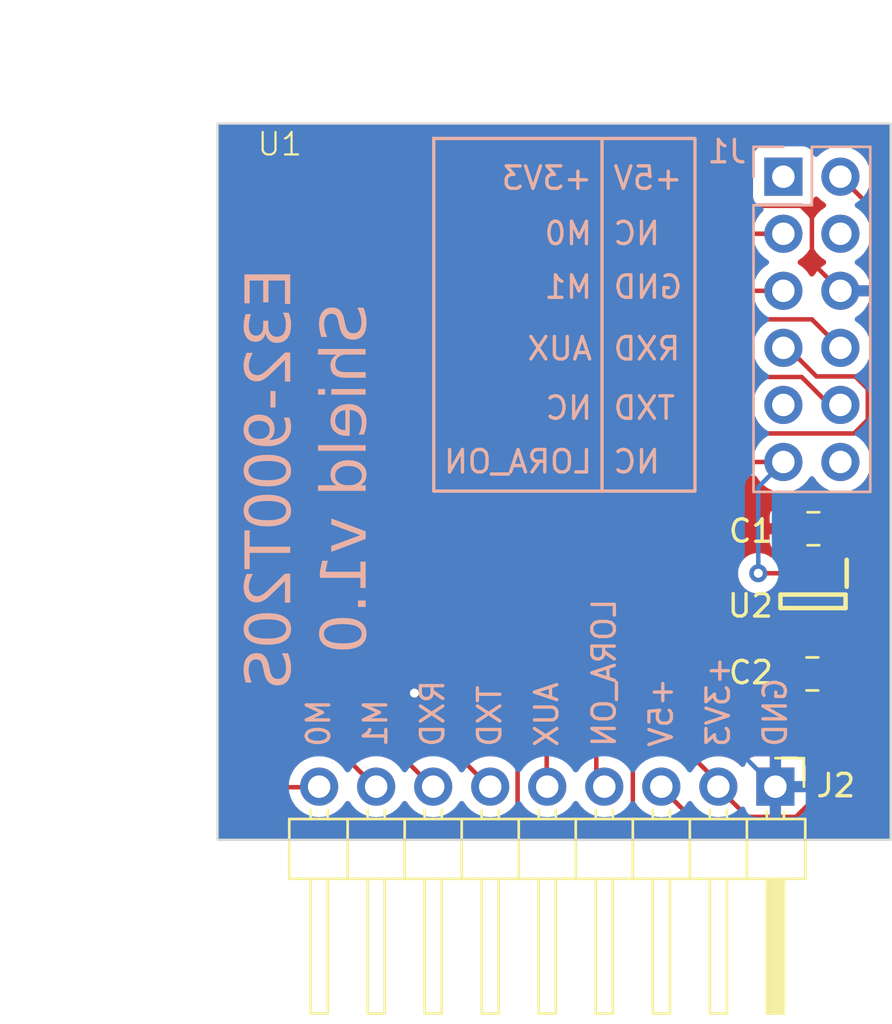
<source format=kicad_pcb>
(kicad_pcb (version 20221018) (generator pcbnew)
  (layers (0 "F.Cu" signal) (31 "B.Cu" signal) (34 "B.Paste" user) (35 "F.Paste" user) (36 "B.SilkS" user "B.Silkscreen") (37 "F.SilkS" user "F.Silkscreen") (38 "B.Mask" user) (39 "F.Mask" user) (44 "Edge.Cuts" user))
  (net 0 "")
  (net 1 "+5V")
  (net 2 "GND")
  (net 3 "VCC")
  (net 4 "M0")
  (net 5 "M1")
  (net 6 "AUX")
  (net 7 "RXD")
  (net 8 "TXD")
  (net 9 "LORA_ON")
  (footprint "SamacSys:SOT95P280X145-5N" (layer "F.Cu") (at 153.3652 116.0834 -90)
    (fp_text reference "U2" (at 0.1978 2.792409) (layer "F.SilkS"))
    (fp_text value "TPS7A0233DBVR" hide)
    (fp_line (start -1.85 -1.5) (end -0.65 -1.5) (stroke (width 0.2)) (layer "F.SilkS"))
    (fp_line (start -0.3 -1.45) (end 0.3 -1.45) (stroke (width 0.2)) (layer "F.SilkS"))
    (fp_line (start -0.3 1.45) (end -0.3 -1.45) (stroke (width 0.2)) (layer "F.SilkS"))
    (fp_line (start 0.3 -1.45) (end 0.3 1.45) (stroke (width 0.2)) (layer "F.SilkS"))
    (fp_line (start 0.3 1.45) (end -0.3 1.45) (stroke (width 0.2)) (layer "F.SilkS"))
    (pad "1" smd rect (at -1.25 -0.95) (size 0.6 1.2) (layers "F.Cu" "F.Paste" "F.Mask") (net 1 "+5V"))
    (pad "2" smd rect (at -1.25 0) (size 0.6 1.2) (layers "F.Cu" "F.Paste" "F.Mask") (net 2 "GND"))
    (pad "3" smd rect (at -1.25 0.95) (size 0.6 1.2) (layers "F.Cu" "F.Paste" "F.Mask") (net 9 "LORA_ON"))
    (pad "4" smd rect (at 1.25 0.95) (size 0.6 1.2) (layers "F.Cu" "F.Paste" "F.Mask"))
    (pad "5" smd rect (at 1.25 -0.95) (size 0.6 1.2) (layers "F.Cu" "F.Paste" "F.Mask") (net 3 "VCC"))
  )
  (footprint "Capacitor_SMD:C_0805_2012Metric" (layer "F.Cu") (at 153.3804 112.8522 180)
    (fp_text reference "C1" (at 2.7838 -0.1016) (layer "F.SilkS"))
    (fp_text value "1u")
    (fp_line (start -0.261252 -0.735) (end 0.261252 -0.735) (stroke (width 0.12)) (layer "F.SilkS"))
    (fp_line (start -0.261252 0.735) (end 0.261252 0.735) (stroke (width 0.12)) (layer "F.SilkS"))
    (pad "1" smd roundrect (at -0.95 0 180) (size 1 1.45) (layers "F.Cu" "F.Paste" "F.Mask") (net 1 "+5V"))
    (pad "2" smd roundrect (at 0.95 0 180) (size 1 1.45) (layers "F.Cu" "F.Paste" "F.Mask") (net 2 "GND"))
  )
  (footprint "Connector_PinHeader_2.54mm:PinHeader_1x09_P2.54mm_Horizontal" (layer "F.Cu") (at 151.6888 124.333 -90)
    (fp_text reference "J2" (at -0.0508 -2.6924 -180) (layer "F.SilkS"))
    (fp_text value "Protoboard")
    (fp_line (start -1.27 -1.27) (end 0 -1.27) (stroke (width 0.12)) (layer "F.SilkS"))
    (fp_line (start -1.27 0) (end -1.27 -1.27) (stroke (width 0.12)) (layer "F.SilkS"))
    (fp_line (start 1.042929 2.16) (end 1.44 2.16) (stroke (width 0.12)) (layer "F.SilkS"))
    (fp_line (start 1.042929 2.92) (end 1.44 2.92) (stroke (width 0.12)) (layer "F.SilkS"))
    (fp_line (start 1.042929 4.7) (end 1.44 4.7) (stroke (width 0.12)) (layer "F.SilkS"))
    (fp_line (start 1.042929 5.46) (end 1.44 5.46) (stroke (width 0.12)) (layer "F.SilkS"))
    (fp_line (start 1.042929 7.24) (end 1.44 7.24) (stroke (width 0.12)) (layer "F.SilkS"))
    (fp_line (start 1.042929 8) (end 1.44 8) (stroke (width 0.12)) (layer "F.SilkS"))
    (fp_line (start 1.042929 9.78) (end 1.44 9.78) (stroke (width 0.12)) (layer "F.SilkS"))
    (fp_line (start 1.042929 10.54) (end 1.44 10.54) (stroke (width 0.12)) (layer "F.SilkS"))
    (fp_line (start 1.042929 12.32) (end 1.44 12.32) (stroke (width 0.12)) (layer "F.SilkS"))
    (fp_line (start 1.042929 13.08) (end 1.44 13.08) (stroke (width 0.12)) (layer "F.SilkS"))
    (fp_line (start 1.042929 14.86) (end 1.44 14.86) (stroke (width 0.12)) (layer "F.SilkS"))
    (fp_line (start 1.042929 15.62) (end 1.44 15.62) (stroke (width 0.12)) (layer "F.SilkS"))
    (fp_line (start 1.042929 17.4) (end 1.44 17.4) (stroke (width 0.12)) (layer "F.SilkS"))
    (fp_line (start 1.042929 18.16) (end 1.44 18.16) (stroke (width 0.12)) (layer "F.SilkS"))
    (fp_line (start 1.042929 19.94) (end 1.44 19.94) (stroke (width 0.12)) (layer "F.SilkS"))
    (fp_line (start 1.042929 20.7) (end 1.44 20.7) (stroke (width 0.12)) (layer "F.SilkS"))
    (fp_line (start 1.11 -0.38) (end 1.44 -0.38) (stroke (width 0.12)) (layer "F.SilkS"))
    (fp_line (start 1.11 0.38) (end 1.44 0.38) (stroke (width 0.12)) (layer "F.SilkS"))
    (fp_line (start 1.44 -1.33) (end 1.44 21.65) (stroke (width 0.12)) (layer "F.SilkS"))
    (fp_line (start 1.44 1.27) (end 4.1 1.27) (stroke (width 0.12)) (layer "F.SilkS"))
    (fp_line (start 1.44 3.81) (end 4.1 3.81) (stroke (width 0.12)) (layer "F.SilkS"))
    (fp_line (start 1.44 6.35) (end 4.1 6.35) (stroke (width 0.12)) (layer "F.SilkS"))
    (fp_line (start 1.44 8.89) (end 4.1 8.89) (stroke (width 0.12)) (layer "F.SilkS"))
    (fp_line (start 1.44 11.43) (end 4.1 11.43) (stroke (width 0.12)) (layer "F.SilkS"))
    (fp_line (start 1.44 13.97) (end 4.1 13.97) (stroke (width 0.12)) (layer "F.SilkS"))
    (fp_line (start 1.44 16.51) (end 4.1 16.51) (stroke (width 0.12)) (layer "F.SilkS"))
    (fp_line (start 1.44 19.05) (end 4.1 19.05) (stroke (width 0.12)) (layer "F.SilkS"))
    (fp_line (start 1.44 21.65) (end 4.1 21.65) (stroke (width 0.12)) (layer "F.SilkS"))
    (fp_line (start 4.1 -1.33) (end 1.44 -1.33) (stroke (width 0.12)) (layer "F.SilkS"))
    (fp_line (start 4.1 -0.38) (end 10.1 -0.38) (stroke (width 0.12)) (layer "F.SilkS"))
    (fp_line (start 4.1 -0.32) (end 10.1 -0.32) (stroke (width 0.12)) (layer "F.SilkS"))
    (fp_line (start 4.1 -0.2) (end 10.1 -0.2) (stroke (width 0.12)) (layer "F.SilkS"))
    (fp_line (start 4.1 -0.08) (end 10.1 -0.08) (stroke (width 0.12)) (layer "F.SilkS"))
    (fp_line (start 4.1 0.04) (end 10.1 0.04) (stroke (width 0.12)) (layer "F.SilkS"))
    (fp_line (start 4.1 0.16) (end 10.1 0.16) (stroke (width 0.12)) (layer "F.SilkS"))
    (fp_line (start 4.1 0.28) (end 10.1 0.28) (stroke (width 0.12)) (layer "F.SilkS"))
    (fp_line (start 4.1 2.16) (end 10.1 2.16) (stroke (width 0.12)) (layer "F.SilkS"))
    (fp_line (start 4.1 4.7) (end 10.1 4.7) (stroke (width 0.12)) (layer "F.SilkS"))
    (fp_line (start 4.1 7.24) (end 10.1 7.24) (stroke (width 0.12)) (layer "F.SilkS"))
    (fp_line (start 4.1 9.78) (end 10.1 9.78) (stroke (width 0.12)) (layer "F.SilkS"))
    (fp_line (start 4.1 12.32) (end 10.1 12.32) (stroke (width 0.12)) (layer "F.SilkS"))
    (fp_line (start 4.1 14.86) (end 10.1 14.86) (stroke (width 0.12)) (layer "F.SilkS"))
    (fp_line (start 4.1 17.4) (end 10.1 17.4) (stroke (width 0.12)) (layer "F.SilkS"))
    (fp_line (start 4.1 19.94) (end 10.1 19.94) (stroke (width 0.12)) (layer "F.SilkS"))
    (fp_line (start 4.1 21.65) (end 4.1 -1.33) (stroke (width 0.12)) (layer "F.SilkS"))
    (fp_line (start 10.1 -0.38) (end 10.1 0.38) (stroke (width 0.12)) (layer "F.SilkS"))
    (fp_line (start 10.1 0.38) (end 4.1 0.38) (stroke (width 0.12)) (layer "F.SilkS"))
    (fp_line (start 10.1 2.16) (end 10.1 2.92) (stroke (width 0.12)) (layer "F.SilkS"))
    (fp_line (start 10.1 2.92) (end 4.1 2.92) (stroke (width 0.12)) (layer "F.SilkS"))
    (fp_line (start 10.1 4.7) (end 10.1 5.46) (stroke (width 0.12)) (layer "F.SilkS"))
    (fp_line (start 10.1 5.46) (end 4.1 5.46) (stroke (width 0.12)) (layer "F.SilkS"))
    (fp_line (start 10.1 7.24) (end 10.1 8) (stroke (width 0.12)) (layer "F.SilkS"))
    (fp_line (start 10.1 8) (end 4.1 8) (stroke (width 0.12)) (layer "F.SilkS"))
    (fp_line (start 10.1 9.78) (end 10.1 10.54) (stroke (width 0.12)) (layer "F.SilkS"))
    (fp_line (start 10.1 10.54) (end 4.1 10.54) (stroke (width 0.12)) (layer "F.SilkS"))
    (fp_line (start 10.1 12.32) (end 10.1 13.08) (stroke (width 0.12)) (layer "F.SilkS"))
    (fp_line (start 10.1 13.08) (end 4.1 13.08) (stroke (width 0.12)) (layer "F.SilkS"))
    (fp_line (start 10.1 14.86) (end 10.1 15.62) (stroke (width 0.12)) (layer "F.SilkS"))
    (fp_line (start 10.1 15.62) (end 4.1 15.62) (stroke (width 0.12)) (layer "F.SilkS"))
    (fp_line (start 10.1 17.4) (end 10.1 18.16) (stroke (width 0.12)) (layer "F.SilkS"))
    (fp_line (start 10.1 18.16) (end 4.1 18.16) (stroke (width 0.12)) (layer "F.SilkS"))
    (fp_line (start 10.1 19.94) (end 10.1 20.7) (stroke (width 0.12)) (layer "F.SilkS"))
    (fp_line (start 10.1 20.7) (end 4.1 20.7) (stroke (width 0.12)) (layer "F.SilkS"))
    (pad "1" thru_hole rect (at 0 0 270) (size 1.7 1.7) (drill 1) (layers "*.Cu" "*.Mask") (net 2 "GND"))
    (pad "2" thru_hole oval (at 0 2.54 270) (size 1.7 1.7) (drill 1) (layers "*.Cu" "*.Mask") (net 3 "VCC"))
    (pad "3" thru_hole oval (at 0 5.08 270) (size 1.7 1.7) (drill 1) (layers "*.Cu" "*.Mask") (net 1 "+5V"))
    (pad "4" thru_hole oval (at 0 7.62 270) (size 1.7 1.7) (drill 1) (layers "*.Cu" "*.Mask") (net 9 "LORA_ON"))
    (pad "5" thru_hole oval (at 0 10.16 270) (size 1.7 1.7) (drill 1) (layers "*.Cu" "*.Mask") (net 6 "AUX"))
    (pad "6" thru_hole oval (at 0 12.7 270) (size 1.7 1.7) (drill 1) (layers "*.Cu" "*.Mask") (net 8 "TXD"))
    (pad "7" thru_hole oval (at 0 15.24 270) (size 1.7 1.7) (drill 1) (layers "*.Cu" "*.Mask") (net 7 "RXD"))
    (pad "8" thru_hole oval (at 0 17.78 270) (size 1.7 1.7) (drill 1) (layers "*.Cu" "*.Mask") (net 5 "M1"))
    (pad "9" thru_hole oval (at 0 20.32 270) (size 1.7 1.7) (drill 1) (layers "*.Cu" "*.Mask") (net 4 "M0"))
  )
  (footprint "Capacitor_SMD:C_0805_2012Metric" (layer "F.Cu") (at 153.3348 119.3146 180)
    (fp_text reference "C2" (at 2.7382 0.0616) (layer "F.SilkS"))
    (fp_text value "1u")
    (fp_line (start -0.261252 -0.735) (end 0.261252 -0.735) (stroke (width 0.12)) (layer "F.SilkS"))
    (fp_line (start -0.261252 0.735) (end 0.261252 0.735) (stroke (width 0.12)) (layer "F.SilkS"))
    (pad "1" smd roundrect (at -0.95 0 180) (size 1 1.45) (layers "F.Cu" "F.Paste" "F.Mask") (net 3 "VCC"))
    (pad "2" smd roundrect (at 0.95 0 180) (size 1 1.45) (layers "F.Cu" "F.Paste" "F.Mask") (net 2 "GND"))
  )
  (footprint "IoT_Modules:E32-900T20S" (layer "F.Cu") (at 146.7612 122.174 180)
    (fp_text reference "U1" (at 17.145 26.4414 unlocked) (layer "F.SilkS") (effects (font (thickness 0.1))))
    (fp_text value "~")
    (pad "1" smd roundrect (at 0 2 180) (size 4 1) (layers "F.Cu" "F.Paste" "F.Mask"))
    (pad "2" smd roundrect (at 0 3.27 180) (size 4 1) (layers "F.Cu" "F.Paste" "F.Mask") (net 2 "GND"))
    (pad "3" smd roundrect (at 0 4.54 180) (size 4 1) (layers "F.Cu" "F.Paste" "F.Mask"))
    (pad "4" smd roundrect (at 0 5.81 180) (size 4 1) (layers "F.Cu" "F.Paste" "F.Mask"))
    (pad "5" smd roundrect (at 0 7.08 180) (size 4 1) (layers "F.Cu" "F.Paste" "F.Mask"))
    (pad "6" smd roundrect (at 0 8.35 180) (size 4 1) (layers "F.Cu" "F.Paste" "F.Mask"))
    (pad "7" smd roundrect (at 0 9.62 180) (size 4 1) (layers "F.Cu" "F.Paste" "F.Mask"))
    (pad "8" smd roundrect (at 0 10.89 180) (size 4 1) (layers "F.Cu" "F.Paste" "F.Mask") (net 2 "GND"))
    (pad "11" smd roundrect (at 0 22.06 180) (size 4 1) (layers "F.Cu" "F.Paste" "F.Mask") (net 2 "GND"))
    (pad "12" smd roundrect (at 0 23.33 180) (size 4 1) (layers "F.Cu" "F.Paste" "F.Mask"))
    (pad "13" smd roundrect (at 0 24.6 180) (size 4 1) (layers "F.Cu" "F.Paste" "F.Mask") (net 2 "GND"))
    (pad "14" smd roundrect (at 15.96 24.6 180) (size 4 1) (layers "F.Cu" "F.Paste" "F.Mask") (net 2 "GND"))
    (pad "15" smd roundrect (at 15.96 23.33 180) (size 4 1) (layers "F.Cu" "F.Paste" "F.Mask") (net 2 "GND"))
    (pad "16" smd roundrect (at 15.96 22.06 180) (size 4 1) (layers "F.Cu" "F.Paste" "F.Mask") (net 2 "GND"))
    (pad "19" smd roundrect (at 15.96 10.89 180) (size 4 1) (layers "F.Cu" "F.Paste" "F.Mask") (net 2 "GND"))
    (pad "20" smd roundrect (at 15.96 9.62 180) (size 4 1) (layers "F.Cu" "F.Paste" "F.Mask") (net 4 "M0"))
    (pad "21" smd roundrect (at 15.96 8.35 180) (size 4 1) (layers "F.Cu" "F.Paste" "F.Mask") (net 5 "M1"))
    (pad "22" smd roundrect (at 15.96 7.08 180) (size 4 1) (layers "F.Cu" "F.Paste" "F.Mask") (net 7 "RXD"))
    (pad "23" smd roundrect (at 15.96 5.81 180) (size 4 1) (layers "F.Cu" "F.Paste" "F.Mask") (net 8 "TXD"))
    (pad "24" smd roundrect (at 15.96 4.54 180) (size 4 1) (layers "F.Cu" "F.Paste" "F.Mask") (net 6 "AUX"))
    (pad "25" smd roundrect (at 15.96 3.27 180) (size 4 1) (layers "F.Cu" "F.Paste" "F.Mask") (net 3 "VCC"))
    (pad "26" smd roundrect (at 15.96 2 180) (size 4 1) (layers "F.Cu" "F.Paste" "F.Mask") (net 2 "GND"))
  )
  (footprint "Connector_PinSocket_2.54mm:PinSocket_2x06_P2.54mm_Vertical" (layer "B.Cu") (at 152.0444 97.1804 180)
    (fp_text reference "J1" (at 2.5146 1.1176) (layer "B.SilkS") (effects (justify mirror)))
    (fp_text value "RPi")
    (fp_line (start -3.87 -14.03) (end 1.33 -14.03) (stroke (width 0.12)) (layer "B.SilkS"))
    (fp_line (start -3.87 1.33) (end -3.87 -14.03) (stroke (width 0.12)) (layer "B.SilkS"))
    (fp_line (start -3.87 1.33) (end -1.27 1.33) (stroke (width 0.12)) (layer "B.SilkS"))
    (fp_line (start -1.27 -1.27) (end 1.33 -1.27) (stroke (width 0.12)) (layer "B.SilkS"))
    (fp_line (start -1.27 1.33) (end -1.27 -1.27) (stroke (width 0.12)) (layer "B.SilkS"))
    (fp_line (start 0 1.33) (end 1.33 1.33) (stroke (width 0.12)) (layer "B.SilkS"))
    (fp_line (start 1.33 -1.27) (end 1.33 -14.03) (stroke (width 0.12)) (layer "B.SilkS"))
    (fp_line (start 1.33 1.33) (end 1.33 0) (stroke (width 0.12)) (layer "B.SilkS"))
    (pad "1" thru_hole rect (at 0 0 180) (size 1.7 1.7) (drill 1) (layers "*.Cu" "*.Mask"))
    (pad "2" thru_hole oval (at -2.54 0 180) (size 1.7 1.7) (drill 1) (layers "*.Cu" "*.Mask") (net 1 "+5V"))
    (pad "3" thru_hole oval (at 0 -2.54 180) (size 1.7 1.7) (drill 1) (layers "*.Cu" "*.Mask") (net 4 "M0"))
    (pad "4" thru_hole oval (at -2.54 -2.54 180) (size 1.7 1.7) (drill 1) (layers "*.Cu" "*.Mask"))
    (pad "5" thru_hole oval (at 0 -5.08 180) (size 1.7 1.7) (drill 1) (layers "*.Cu" "*.Mask") (net 5 "M1"))
    (pad "6" thru_hole oval (at -2.54 -5.08 180) (size 1.7 1.7) (drill 1) (layers "*.Cu" "*.Mask") (net 2 "GND"))
    (pad "7" thru_hole oval (at 0 -7.62 180) (size 1.7 1.7) (drill 1) (layers "*.Cu" "*.Mask") (net 6 "AUX"))
    (pad "8" thru_hole oval (at -2.54 -7.62 180) (size 1.7 1.7) (drill 1) (layers "*.Cu" "*.Mask") (net 7 "RXD"))
    (pad "9" thru_hole oval (at 0 -10.16 180) (size 1.7 1.7) (drill 1) (layers "*.Cu" "*.Mask"))
    (pad "10" thru_hole oval (at -2.54 -10.16 180) (size 1.7 1.7) (drill 1) (layers "*.Cu" "*.Mask") (net 8 "TXD"))
    (pad "11" thru_hole oval (at 0 -12.7 180) (size 1.7 1.7) (drill 1) (layers "*.Cu" "*.Mask") (net 9 "LORA_ON"))
    (pad "12" thru_hole oval (at -2.54 -12.7 180) (size 1.7 1.7) (drill 1) (layers "*.Cu" "*.Mask"))
  )
  (gr_rect (start 136.4742 95.4786) (end 148.1074 111.1758) (stroke (width 0.15)) (fill none) (layer "B.SilkS"))
  (gr_line (start 143.9672 95.4786) (end 143.9672 111.1758) (stroke (width 0.15)) (layer "B.SilkS"))
  (gr_rect (start 126.8476 94.8182) (end 156.8196 126.6952) (stroke (width 0.1)) (fill none) (layer "Edge.Cuts"))
  (gr_text "M1" (at 134.4676 120.357781 90) (layer "B.SilkS") (effects (font (size 1 1)) (justify left bottom mirror)))
  (gr_text "+3V3" (at 143.6116 97.8281) (layer "B.SilkS") (effects (font (size 1 1)) (justify left bottom mirror)))
  (gr_text "NC" (at 146.6342 100.2919) (layer "B.SilkS") (effects (font (size 1 1)) (justify left bottom mirror)))
  (gr_text "TXD" (at 139.5476 119.738733 90) (layer "B.SilkS") (effects (font (size 1 1)) (justify left bottom mirror)))
  (gr_text "AUX" (at 143.6116 105.4227) (layer "B.SilkS") (effects (font (size 1 1)) (justify left bottom mirror)))
  (gr_text "NC" (at 143.6116 108.0643) (layer "B.SilkS") (effects (font (size 1 1)) (justify left bottom mirror)))
  (gr_text "NC" (at 146.6342 110.4519) (layer "B.SilkS") (effects (font (size 1 1)) (justify left bottom mirror)))
  (gr_text "GND" (at 147.6342 102.6795) (layer "B.SilkS") (effects (font (size 1 1)) (justify left bottom mirror)))
  (gr_text "+5V" (at 147.18515 119.4054 90) (layer "B.SilkS") (effects (font (size 1 1)) (justify left bottom mirror)))
  (gr_text "M0" (at 143.6116 100.2919) (layer "B.SilkS") (effects (font (size 1 1)) (justify left bottom mirror)))
  (gr_text "TXD" (at 147.300867 108.0643) (layer "B.SilkS") (effects (font (size 1 1)) (justify left bottom mirror)))
  (gr_text "E32-900T20S\nShield v1.0" (at 133.7818 110.617 90) (layer "B.SilkS") (effects (font (size 2 2)) (justify bottom mirror)))
  (gr_text "RXD" (at 137.0076 119.500638 90) (layer "B.SilkS") (effects (font (size 1 1)) (justify left bottom mirror)))
  (gr_text "AUX" (at 142.0876 119.595876 90) (layer "B.SilkS") (effects (font (size 1 1)) (justify left bottom mirror)))
  (gr_text "+5V" (at 147.6342 97.8281) (layer "B.SilkS") (effects (font (size 1 1)) (justify left bottom mirror)))
  (gr_text "LORA_ON" (at 143.6116 110.4519) (layer "B.SilkS") (effects (font (size 1 1)) (justify left bottom mirror)))
  (gr_text "+3V3" (at 149.72515 118.453019 90) (layer "B.SilkS") (effects (font (size 1 1)) (justify left bottom mirror)))
  (gr_text "GND" (at 152.26515 119.4054 90) (layer "B.SilkS") (effects (font (size 1 1)) (justify left bottom mirror)))
  (gr_text "M0" (at 131.9276 120.357781 90) (layer "B.SilkS") (effects (font (size 1 1)) (justify left bottom mirror)))
  (gr_text "M1" (at 143.6116 102.6795) (layer "B.SilkS") (effects (font (size 1 1)) (justify left bottom mirror)))
  (gr_text "RXD" (at 147.538962 105.4227) (layer "B.SilkS") (effects (font (size 1 1)) (justify left bottom mirror)))
  (gr_text "LORA_ON" (at 144.64515 115.88159 90) (layer "B.SilkS") (effects (font (size 1 1)) (justify left bottom mirror)))
  (segment (start 153.8224 126.1364) (end 148.3614 126.1364) (width 0.2) (layer "F.Cu") (net 1))
  (segment (start 156.2036 110.979) (end 154.3304 112.8522) (width 0.2) (layer "F.Cu") (net 1))
  (segment (start 154.3152 114.8334) (end 154.8638 114.8334) (width 0.2) (layer "F.Cu") (net 1))
  (segment (start 154.8638 114.8334) (end 155.7274 115.697) (width 0.2) (layer "F.Cu") (net 1))
  (segment (start 156.2036 98.7996) (end 156.2036 110.979) (width 0.2) (layer "F.Cu") (net 1))
  (segment (start 154.3304 112.8522) (end 154.3304 114.8182) (width 0.2) (layer "F.Cu") (net 1))
  (segment (start 154.3304 114.8182) (end 154.3152 114.8334) (width 0.2) (layer "F.Cu") (net 1))
  (segment (start 155.7274 115.697) (end 155.7274 124.2314) (width 0.2) (layer "F.Cu") (net 1))
  (segment (start 148.3614 126.1364) (end 146.5834 124.3584) (width 0.2) (layer "F.Cu") (net 1))
  (segment (start 154.5844 97.1804) (end 156.2036 98.7996) (width 0.2) (layer "F.Cu") (net 1))
  (segment (start 155.7274 124.2314) (end 153.8224 126.1364) (width 0.2) (layer "F.Cu") (net 1))
  (segment (start 130.8012 100.114) (end 130.8012 111.284) (width 0.2) (layer "F.Cu") (net 2))
  (segment (start 149.7584 98.4758) (end 148.8566 97.574) (width 0.2) (layer "F.Cu") (net 2))
  (segment (start 130.8012 97.574) (end 130.8012 100.114) (width 0.2) (layer "F.Cu") (net 2))
  (segment (start 151.9742 118.904) (end 152.3848 119.3146) (width 0.2) (layer "F.Cu") (net 2))
  (segment (start 135.604 120.174) (end 135.6106 120.1674) (width 0.2) (layer "F.Cu") (net 2))
  (segment (start 130.8012 98.844) (end 130.9778 99.0206) (width 0.2) (layer "F.Cu") (net 2))
  (segment (start 152.3848 119.3146) (end 151.6634 120.036) (width 0.2) (layer "F.Cu") (net 2))
  (segment (start 144.0574 99.0206) (end 144.145 98.933) (width 0.2) (layer "F.Cu") (net 2))
  (segment (start 153.3652 118.3342) (end 153.3652 114.8334) (width 0.2) (layer "F.Cu") (net 2))
  (segment (start 144.145 99.7712) (end 144.4878 100.114) (width 0.2) (layer "F.Cu") (net 2))
  (segment (start 153.3652 113.787) (end 152.4304 112.8522) (width 0.2) (layer "F.Cu") (net 2))
  (segment (start 146.7612 118.904) (end 151.9742 118.904) (width 0.2) (layer "F.Cu") (net 2))
  (segment (start 153.3144 98.9584) (end 152.8318 98.4758) (width 0.2) (layer "F.Cu") (net 2))
  (segment (start 153.3652 114.8334) (end 153.3652 113.787) (width 0.2) (layer "F.Cu") (net 2))
  (segment (start 144.145 97.9932) (end 144.145 98.933) (width 0.2) (layer "F.Cu") (net 2))
  (segment (start 151.6634 120.036) (end 151.6634 124.3584) (width 0.2) (layer "F.Cu") (net 2))
  (segment (start 146.7612 97.574) (end 144.5642 97.574) (width 0.2) (layer "F.Cu") (net 2))
  (segment (start 152.8318 98.4758) (end 149.7584 98.4758) (width 0.2) (layer "F.Cu") (net 2))
  (segment (start 144.5642 97.574) (end 144.145 97.9932) (width 0.2) (layer "F.Cu") (net 2))
  (segment (start 154.5844 102.2604) (end 153.3144 100.9904) (width 0.2) (layer "F.Cu") (net 2))
  (segment (start 150.8622 111.284) (end 146.7612 111.284) (width 0.2) (layer "F.Cu") (net 2))
  (segment (start 130.9778 99.0206) (end 144.0574 99.0206) (width 0.2) (layer "F.Cu") (net 2))
  (segment (start 153.3144 100.9904) (end 153.3144 98.9584) (width 0.2) (layer "F.Cu") (net 2))
  (segment (start 144.4878 100.114) (end 146.7612 100.114) (width 0.2) (layer "F.Cu") (net 2))
  (segment (start 152.3848 119.3146) (end 153.3652 118.3342) (width 0.2) (layer "F.Cu") (net 2))
  (segment (start 144.145 98.933) (end 144.145 99.7712) (width 0.2) (layer "F.Cu") (net 2))
  (segment (start 152.4304 112.8522) (end 150.8622 111.284) (width 0.2) (layer "F.Cu") (net 2))
  (segment (start 130.8012 120.174) (end 135.604 120.174) (width 0.2) (layer "F.Cu") (net 2))
  (segment (start 148.8566 97.574) (end 146.7612 97.574) (width 0.2) (layer "F.Cu") (net 2))
  (via (at 135.6106 120.1674) (size 0.8) (drill 0.4) (layers "F.Cu" "B.Cu") (net 2))
  (segment (start 147.4724 120.1674) (end 151.6634 124.3584) (width 0.2) (layer "B.Cu") (net 2))
  (segment (start 135.6106 120.1674) (end 147.4724 120.1674) (width 0.2) (layer "B.Cu") (net 2))
  (segment (start 154.2848 123.9976) (end 154.2848 119.3146) (width 0.2) (layer "F.Cu") (net 3))
  (segment (start 144.5768 126.0856) (end 145.3388 125.3236) (width 0.2) (layer "F.Cu") (net 3))
  (segment (start 136.2776 118.904) (end 140.208 122.8344) (width 0.2) (layer "F.Cu") (net 3))
  (segment (start 145.8214 122.428) (end 147.4216 122.428) (width 0.2) (layer "F.Cu") (net 3))
  (segment (start 149.1234 124.3584) (end 150.4442 125.6792) (width 0.2) (layer "F.Cu") (net 3))
  (segment (start 130.8012 118.904) (end 136.2776 118.904) (width 0.2) (layer "F.Cu") (net 3))
  (segment (start 140.208 122.8344) (end 140.208 125.2982) (width 0.2) (layer "F.Cu") (net 3))
  (segment (start 147.4216 122.428) (end 149.1234 124.1298) (width 0.2) (layer "F.Cu") (net 3))
  (segment (start 150.4442 125.6792) (end 152.6032 125.6792) (width 0.2) (layer "F.Cu") (net 3))
  (segment (start 140.9954 126.0856) (end 144.5768 126.0856) (width 0.2) (layer "F.Cu") (net 3))
  (segment (start 145.3388 125.3236) (end 145.3388 122.9106) (width 0.2) (layer "F.Cu") (net 3))
  (segment (start 149.1234 124.1298) (end 149.1234 124.3584) (width 0.2) (layer "F.Cu") (net 3))
  (segment (start 145.3388 122.9106) (end 145.8214 122.428) (width 0.2) (layer "F.Cu") (net 3))
  (segment (start 140.208 125.2982) (end 140.9954 126.0856) (width 0.2) (layer "F.Cu") (net 3))
  (segment (start 154.3152 119.2842) (end 154.2848 119.3146) (width 0.2) (layer "F.Cu") (net 3))
  (segment (start 154.3152 117.3334) (end 154.3152 119.2842) (width 0.2) (layer "F.Cu") (net 3))
  (segment (start 152.6032 125.6792) (end 154.2848 123.9976) (width 0.2) (layer "F.Cu") (net 3))
  (segment (start 127.0762 122.8598) (end 128.5748 124.3584) (width 0.2) (layer "F.Cu") (net 4))
  (segment (start 127.9586 112.554) (end 127.0762 113.4364) (width 0.2) (layer "F.Cu") (net 4))
  (segment (start 127.0762 113.4364) (end 127.0762 122.8598) (width 0.2) (layer "F.Cu") (net 4))
  (segment (start 128.5748 124.3584) (end 131.3434 124.3584) (width 0.2) (layer "F.Cu") (net 4))
  (segment (start 130.8012 112.554) (end 137.3566 112.554) (width 0.2) (layer "F.Cu") (net 4))
  (segment (start 130.8012 112.554) (end 127.9586 112.554) (width 0.2) (layer "F.Cu") (net 4))
  (segment (start 150.1902 99.7204) (end 152.0444 99.7204) (width 0.2) (layer "F.Cu") (net 4))
  (segment (start 137.3566 112.554) (end 150.1902 99.7204) (width 0.2) (layer "F.Cu") (net 4))
  (segment (start 128.1872 113.824) (end 127.4762 114.535) (width 0.2) (layer "F.Cu") (net 5))
  (segment (start 128.27 122.7836) (end 132.3086 122.7836) (width 0.2) (layer "F.Cu") (net 5))
  (segment (start 127.4762 114.535) (end 127.4762 121.9898) (width 0.2) (layer "F.Cu") (net 5))
  (segment (start 132.3086 122.7836) (end 133.8834 124.3584) (width 0.2) (layer "F.Cu") (net 5))
  (segment (start 152.0444 102.2604) (end 148.9964 102.2604) (width 0.2) (layer "F.Cu") (net 5))
  (segment (start 148.9964 102.2604) (end 137.4328 113.824) (width 0.2) (layer "F.Cu") (net 5))
  (segment (start 127.4762 121.9898) (end 128.27 122.7836) (width 0.2) (layer "F.Cu") (net 5))
  (segment (start 130.8012 113.824) (end 128.1872 113.824) (width 0.2) (layer "F.Cu") (net 5))
  (segment (start 137.4328 113.824) (end 130.8012 113.824) (width 0.2) (layer "F.Cu") (net 5))
  (segment (start 137.001 117.634) (end 146.0246 108.6104) (width 0.2) (layer "F.Cu") (net 6))
  (segment (start 155.8036 106.6292) (end 155.2448 106.0704) (width 0.2) (layer "F.Cu") (net 6))
  (segment (start 155.194 108.6104) (end 155.8036 108.0008) (width 0.2) (layer "F.Cu") (net 6))
  (segment (start 141.5034 122.1364) (end 137.001 117.634) (width 0.2) (layer "F.Cu") (net 6))
  (segment (start 141.5034 124.3584) (end 141.5034 122.1364) (width 0.2) (layer "F.Cu") (net 6))
  (segment (start 153.5176 106.0704) (end 152.2476 104.8004) (width 0.2) (layer "F.Cu") (net 6))
  (segment (start 152.2476 104.8004) (end 152.0444 104.8004) (width 0.2) (layer "F.Cu") (net 6))
  (segment (start 155.2448 106.0704) (end 153.5176 106.0704) (width 0.2) (layer "F.Cu") (net 6))
  (segment (start 146.0246 108.6104) (end 155.194 108.6104) (width 0.2) (layer "F.Cu") (net 6))
  (segment (start 130.8012 117.634) (end 137.001 117.634) (width 0.2) (layer "F.Cu") (net 6))
  (segment (start 155.8036 108.0008) (end 155.8036 106.6292) (width 0.2) (layer "F.Cu") (net 6))
  (segment (start 128.5494 122.1994) (end 134.2644 122.1994) (width 0.2) (layer "F.Cu") (net 7))
  (segment (start 153.3144 103.5304) (end 154.5844 104.8004) (width 0.2) (layer "F.Cu") (net 7))
  (segment (start 148.8694 103.5304) (end 153.3144 103.5304) (width 0.2) (layer "F.Cu") (net 7))
  (segment (start 130.8012 115.094) (end 137.3058 115.094) (width 0.2) (layer "F.Cu") (net 7))
  (segment (start 129.286783 115.0874) (end 128.4478 115.0874) (width 0.2) (layer "F.Cu") (net 7))
  (segment (start 127.9144 115.6208) (end 127.9144 121.5644) (width 0.2) (layer "F.Cu") (net 7))
  (segment (start 130.8012 115.094) (end 129.293383 115.094) (width 0.2) (layer "F.Cu") (net 7))
  (segment (start 129.293383 115.094) (end 129.286783 115.0874) (width 0.2) (layer "F.Cu") (net 7))
  (segment (start 137.3058 115.094) (end 148.8694 103.5304) (width 0.2) (layer "F.Cu") (net 7))
  (segment (start 128.4478 115.0874) (end 127.9144 115.6208) (width 0.2) (layer "F.Cu") (net 7))
  (segment (start 127.9144 121.5644) (end 128.5494 122.1994) (width 0.2) (layer "F.Cu") (net 7))
  (segment (start 134.2644 122.1994) (end 136.4234 124.3584) (width 0.2) (layer "F.Cu") (net 7))
  (segment (start 128.5748 116.4336) (end 128.3144 116.694) (width 0.2) (layer "F.Cu") (net 8))
  (segment (start 129.293383 116.364) (end 129.223783 116.4336) (width 0.2) (layer "F.Cu") (net 8))
  (segment (start 136.0932 121.4882) (end 138.9634 124.3584) (width 0.2) (layer "F.Cu") (net 8))
  (segment (start 129.223783 116.4336) (end 128.5748 116.4336) (width 0.2) (layer "F.Cu") (net 8))
  (segment (start 147.5232 106.0958) (end 152.8572 106.0958) (width 0.2) (layer "F.Cu") (net 8))
  (segment (start 137.255 116.364) (end 147.5232 106.0958) (width 0.2) (layer "F.Cu") (net 8))
  (segment (start 128.3144 121.05) (end 128.7526 121.4882) (width 0.2) (layer "F.Cu") (net 8))
  (segment (start 152.8572 106.0958) (end 154.1018 107.3404) (width 0.2) (layer "F.Cu") (net 8))
  (segment (start 130.8012 116.364) (end 129.293383 116.364) (width 0.2) (layer "F.Cu") (net 8))
  (segment (start 128.7526 121.4882) (end 136.0932 121.4882) (width 0.2) (layer "F.Cu") (net 8))
  (segment (start 128.3144 116.694) (end 128.3144 121.05) (width 0.2) (layer "F.Cu") (net 8))
  (segment (start 130.8012 116.364) (end 137.255 116.364) (width 0.2) (layer "F.Cu") (net 8))
  (segment (start 154.1018 107.3404) (end 154.5844 107.3404) (width 0.2) (layer "F.Cu") (net 8))
  (segment (start 145.3388 109.8804) (end 143.7132 111.506) (width 0.2) (layer "F.Cu") (net 9))
  (segment (start 152.0444 109.8804) (end 145.3388 109.8804) (width 0.2) (layer "F.Cu") (net 9))
  (segment (start 152.4152 114.8334) (end 150.9268 114.8334) (width 0.2) (layer "F.Cu") (net 9))
  (segment (start 143.7132 124.0282) (end 144.0434 124.3584) (width 0.2) (layer "F.Cu") (net 9))
  (segment (start 143.7132 111.506) (end 143.7132 124.0282) (width 0.2) (layer "F.Cu") (net 9))
  (via (at 150.9268 114.8334) (size 0.8) (drill 0.4) (layers "F.Cu" "B.Cu") (net 9))
  (segment (start 150.9268 110.998) (end 150.9268 114.8334) (width 0.2) (layer "B.Cu") (net 9))
  (segment (start 152.0444 109.8804) (end 150.9268 110.998) (width 0.2) (layer "B.Cu") (net 9))
  (zone (net 2) (net_name "GND") (layers "F&B.Cu") (connect_pads (clearance 0.5)) (min_thickness 0.25) (fill yes (thermal_gap 0.5) (thermal_bridge_width 0.5))
    (polygon (pts (xy 126.8476 126.6952) (xy 156.7942 126.6952) (xy 156.7942 94.8182) (xy 126.8476 94.8182)))
  )
)
</source>
